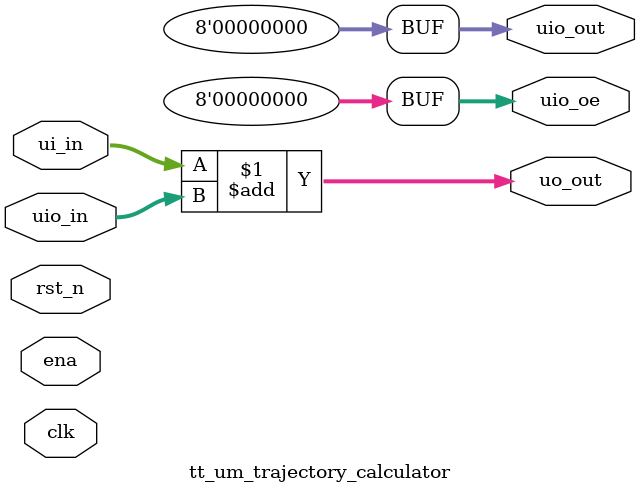
<source format=v>
/*
 * Copyright (c) 2024 Your Name
 * SPDX-License-Identifier: Apache-2.0
 */

`define default_netname none

module tt_um_trajectory_calculator (
    input  wire [7:0] ui_in,    // Dedicated inputs
    output wire [7:0] uo_out,   // Dedicated outputs
    input  wire [7:0] uio_in,   // IOs: Input path
    output wire [7:0] uio_out,  // IOs: Output path
    output wire [7:0] uio_oe,   // IOs: Enable path (active high: 0=input, 1=output)
    input  wire       ena,      // will go high when the design is enabled
    input  wire       clk,      // clock
    input  wire       rst_n     // reset_n - low to reset
);

  // All output pins must be assigned. If not used, assign to 0.
  assign uo_out  = ui_in + uio_in;  // Example: ou_out is the sum of ui_in and uio_in
  assign uio_out = 0;
  assign uio_oe  = 0;

endmodule

</source>
